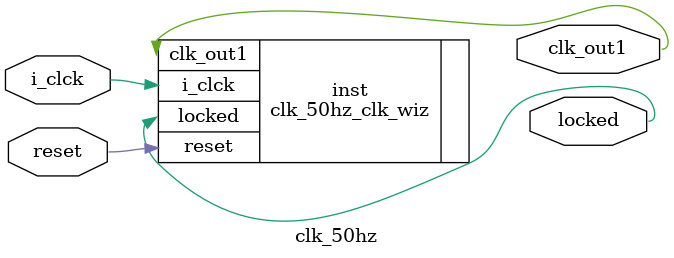
<source format=v>


`timescale 1ps/1ps

(* CORE_GENERATION_INFO = "clk_50hz,clk_wiz_v6_0_11_0_0,{component_name=clk_50hz,use_phase_alignment=true,use_min_o_jitter=false,use_max_i_jitter=false,use_dyn_phase_shift=false,use_inclk_switchover=false,use_dyn_reconfig=false,enable_axi=0,feedback_source=FDBK_AUTO,PRIMITIVE=MMCM,num_out_clk=1,clkin1_period=10.000,clkin2_period=10.000,use_power_down=false,use_reset=true,use_locked=true,use_inclk_stopped=false,feedback_type=SINGLE,CLOCK_MGR_TYPE=NA,manual_override=false}" *)

module clk_50hz 
 (
  // Clock out ports
  output        clk_out1,
  // Status and control signals
  input         reset,
  output        locked,
 // Clock in ports
  input         i_clck
 );

  clk_50hz_clk_wiz inst
  (
  // Clock out ports  
  .clk_out1(clk_out1),
  // Status and control signals               
  .reset(reset), 
  .locked(locked),
 // Clock in ports
  .i_clck(i_clck)
  );

endmodule

</source>
